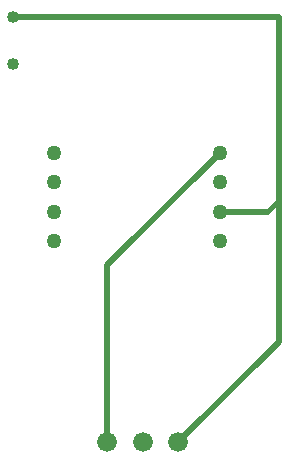
<source format=gbr>
G04 EAGLE Gerber RS-274X export*
G75*
%MOMM*%
%FSLAX34Y34*%
%LPD*%
%INBottom Copper*%
%IPPOS*%
%AMOC8*
5,1,8,0,0,1.08239X$1,22.5*%
G01*
%ADD10C,1.270000*%
%ADD11C,1.676400*%
%ADD12C,1.016000*%
%ADD13C,0.508000*%
%ADD14C,0.406400*%


D10*
X625000Y520000D03*
X625000Y545000D03*
X625000Y570000D03*
X625000Y595000D03*
X485000Y595000D03*
X485000Y570000D03*
X485000Y545000D03*
X485000Y520000D03*
D11*
X530000Y350000D03*
X560000Y350000D03*
X590000Y350000D03*
D12*
X450000Y710000D03*
X450000Y670000D03*
D13*
X450000Y710000D02*
X675000Y710000D01*
X675000Y555000D01*
D14*
X665000Y545000D01*
D13*
X625000Y545000D01*
X675000Y435000D02*
X590000Y350000D01*
X675000Y435000D02*
X675000Y555000D01*
X625000Y595000D02*
X530000Y500000D01*
X530000Y350000D01*
M02*

</source>
